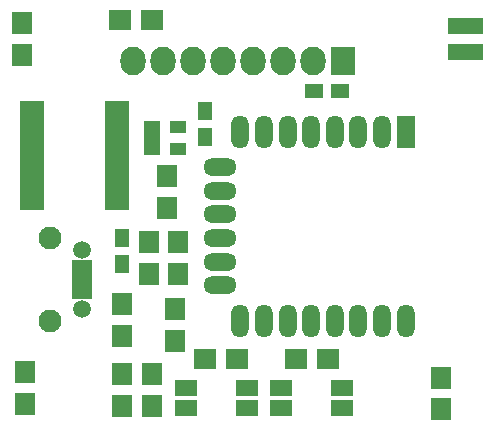
<source format=gbr>
G04 #@! TF.FileFunction,Soldermask,Top*
%FSLAX46Y46*%
G04 Gerber Fmt 4.6, Leading zero omitted, Abs format (unit mm)*
G04 Created by KiCad (PCBNEW 4.0.0-rc2-stable) date Mon 16 Nov 2015 05:30:53 PM PST*
%MOMM*%
G01*
G04 APERTURE LIST*
%ADD10C,0.100000*%
%ADD11R,1.600000X1.300000*%
%ADD12R,1.700000X1.900000*%
%ADD13R,1.300000X1.600000*%
%ADD14R,2.127200X2.432000*%
%ADD15O,2.127200X2.432000*%
%ADD16R,1.900000X1.700000*%
%ADD17R,1.460000X1.050000*%
%ADD18O,2.800000X1.500000*%
%ADD19R,1.500000X2.800000*%
%ADD20O,1.500000X2.800000*%
%ADD21R,2.150000X0.850000*%
%ADD22R,1.850000X1.400000*%
%ADD23R,1.750000X0.800000*%
%ADD24C,1.500000*%
%ADD25C,1.950000*%
%ADD26R,1.050000X1.460000*%
G04 APERTURE END LIST*
D10*
D11*
X120250000Y-52500000D03*
X122450000Y-52500000D03*
D12*
X104000000Y-79200000D03*
X104000000Y-76500000D03*
D13*
X104000000Y-65000000D03*
X104000000Y-67200000D03*
X111000000Y-54250000D03*
X111000000Y-56450000D03*
D12*
X95750000Y-79000000D03*
X95750000Y-76300000D03*
X95500000Y-46750000D03*
X95500000Y-49450000D03*
X131000000Y-76800000D03*
X131000000Y-79500000D03*
D14*
X122660000Y-50000000D03*
D15*
X120120000Y-50000000D03*
X117580000Y-50000000D03*
X115040000Y-50000000D03*
X112500000Y-50000000D03*
X109960000Y-50000000D03*
X107420000Y-50000000D03*
X104880000Y-50000000D03*
D12*
X107750000Y-59750000D03*
X107750000Y-62450000D03*
X104000000Y-70550000D03*
X104000000Y-73250000D03*
D16*
X106500000Y-46500000D03*
X103800000Y-46500000D03*
D12*
X106250000Y-65300000D03*
X106250000Y-68000000D03*
D16*
X121450000Y-75250000D03*
X118750000Y-75250000D03*
X113700000Y-75250000D03*
X111000000Y-75250000D03*
D12*
X108500000Y-71000000D03*
X108500000Y-73700000D03*
X106500000Y-76500000D03*
X106500000Y-79200000D03*
X108750000Y-68000000D03*
X108750000Y-65300000D03*
D17*
X106500000Y-55550000D03*
X106500000Y-56500000D03*
X106500000Y-57450000D03*
X108700000Y-57450000D03*
X108700000Y-55550000D03*
D18*
X112250000Y-58990000D03*
X112250000Y-60990000D03*
X112250000Y-62990000D03*
X112250000Y-64990000D03*
X112250000Y-66990000D03*
X112250000Y-68990000D03*
D19*
X128000000Y-56000000D03*
D20*
X126000000Y-56000000D03*
X124000000Y-56000000D03*
X122000000Y-56000000D03*
X120000000Y-56000000D03*
X118000000Y-56000000D03*
X116000000Y-56000000D03*
X114000000Y-56000000D03*
X114000000Y-72000000D03*
X116000000Y-72000000D03*
X118000000Y-72000000D03*
X120000000Y-72000000D03*
X122000000Y-72000000D03*
X124000000Y-72000000D03*
X126000000Y-72000000D03*
X128000000Y-72000000D03*
D21*
X103600000Y-62225000D03*
X103600000Y-61575000D03*
X103600000Y-60925000D03*
X103600000Y-60275000D03*
X103600000Y-59625000D03*
X103600000Y-58975000D03*
X103600000Y-58325000D03*
X103600000Y-57675000D03*
X103600000Y-57025000D03*
X103600000Y-56375000D03*
X103600000Y-55725000D03*
X103600000Y-55075000D03*
X103600000Y-54425000D03*
X103600000Y-53775000D03*
X96400000Y-53775000D03*
X96400000Y-54425000D03*
X96400000Y-55075000D03*
X96400000Y-55725000D03*
X96400000Y-56375000D03*
X96400000Y-57025000D03*
X96400000Y-57675000D03*
X96400000Y-58325000D03*
X96400000Y-58975000D03*
X96400000Y-59625000D03*
X96400000Y-60275000D03*
X96400000Y-60925000D03*
X96400000Y-61575000D03*
X96400000Y-62225000D03*
D22*
X117425000Y-79350000D03*
X122575000Y-79350000D03*
X122575000Y-77650000D03*
X117425000Y-77650000D03*
X109425000Y-79350000D03*
X114575000Y-79350000D03*
X114575000Y-77650000D03*
X109425000Y-77650000D03*
D23*
X100562540Y-67199100D03*
X100562540Y-67849100D03*
X100562540Y-68499100D03*
X100562540Y-69149100D03*
X100562540Y-69799100D03*
D24*
X100562540Y-65999100D03*
X100562540Y-70999100D03*
D25*
X97862540Y-64999100D03*
X97862540Y-71999100D03*
D26*
X132100000Y-49200000D03*
X133050000Y-49200000D03*
X134000000Y-49200000D03*
X134000000Y-47000000D03*
X132100000Y-47000000D03*
X133050000Y-47000000D03*
M02*

</source>
